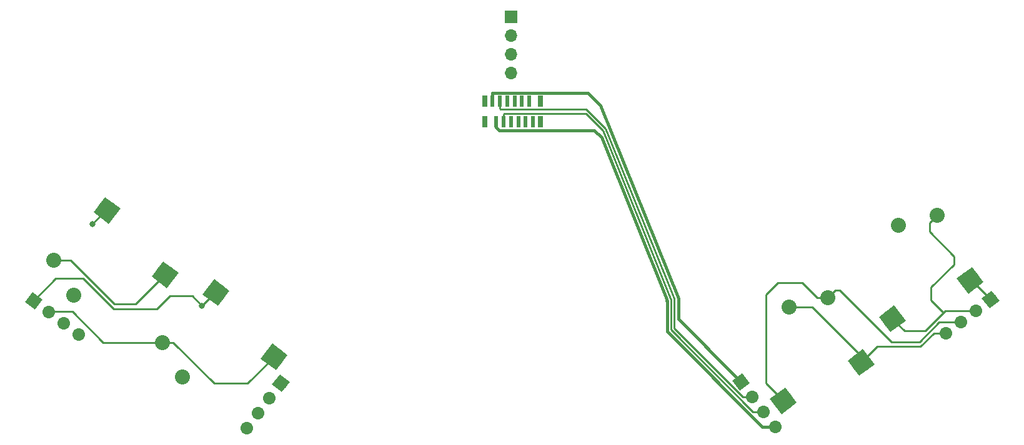
<source format=gbl>
G04 #@! TF.GenerationSoftware,KiCad,Pcbnew,(5.1.4)-1*
G04 #@! TF.CreationDate,2022-11-03T22:09:19-04:00*
G04 #@! TF.ProjectId,ThumbsUp,5468756d-6273-4557-902e-6b696361645f,rev?*
G04 #@! TF.SameCoordinates,Original*
G04 #@! TF.FileFunction,Copper,L2,Bot*
G04 #@! TF.FilePolarity,Positive*
%FSLAX46Y46*%
G04 Gerber Fmt 4.6, Leading zero omitted, Abs format (unit mm)*
G04 Created by KiCad (PCBNEW (5.1.4)-1) date 2022-11-03 22:09:19*
%MOMM*%
%LPD*%
G04 APERTURE LIST*
%ADD10R,0.800000X1.500000*%
%ADD11R,0.600000X1.500000*%
%ADD12C,2.600000*%
%ADD13C,0.100000*%
%ADD14C,2.032000*%
%ADD15C,1.700000*%
%ADD16C,1.700000*%
%ADD17R,1.700000X1.700000*%
%ADD18O,1.700000X1.700000*%
%ADD19C,0.800000*%
%ADD20C,0.381000*%
%ADD21C,0.250000*%
G04 APERTURE END LIST*
D10*
X146600000Y-60600000D03*
X146600000Y-63400000D03*
X154100000Y-60600000D03*
X154100000Y-63400000D03*
D11*
X147600000Y-60600000D03*
X148100000Y-63400000D03*
X148600000Y-60600000D03*
X149100000Y-63400000D03*
X149600000Y-60600000D03*
X150100000Y-63400000D03*
X150600000Y-60600000D03*
X151100000Y-63400000D03*
X151600000Y-60600000D03*
X152100000Y-63400000D03*
X152600000Y-60600000D03*
X153100000Y-63400000D03*
D12*
X187013128Y-101253541D03*
D13*
G36*
X187268995Y-99432955D02*
G01*
X188833714Y-101509408D01*
X186757261Y-103074127D01*
X185192542Y-100997674D01*
X187268995Y-99432955D01*
X187268995Y-99432955D01*
G37*
D14*
X187814322Y-88566689D03*
X193071311Y-87234749D03*
D12*
X197561362Y-96059576D03*
D13*
G36*
X197817229Y-94238990D02*
G01*
X199381948Y-96315443D01*
X197305495Y-97880162D01*
X195740776Y-95803709D01*
X197817229Y-94238990D01*
X197817229Y-94238990D01*
G37*
D15*
X91492618Y-92251511D03*
D16*
X91492618Y-92251511D02*
X91492618Y-92251511D01*
D15*
X89464083Y-90722901D03*
D16*
X89464083Y-90722901D02*
X89464083Y-90722901D01*
D15*
X87435549Y-89194291D03*
D16*
X87435549Y-89194291D02*
X87435549Y-89194291D01*
D15*
X85407015Y-87665681D03*
D13*
G36*
X85574312Y-88856064D02*
G01*
X84216632Y-87832978D01*
X85239718Y-86475298D01*
X86597398Y-87498384D01*
X85574312Y-88856064D01*
X85574312Y-88856064D01*
G37*
D15*
X209015141Y-92097906D03*
D16*
X209015141Y-92097906D02*
X209015141Y-92097906D01*
D15*
X211043676Y-90569296D03*
D16*
X211043676Y-90569296D02*
X211043676Y-90569296D01*
D15*
X213072210Y-89040686D03*
D16*
X213072210Y-89040686D02*
X213072210Y-89040686D01*
D15*
X215100744Y-87512076D03*
D13*
G36*
X213910361Y-87344779D02*
G01*
X215268041Y-86321693D01*
X216291127Y-87679373D01*
X214933447Y-88702459D01*
X213910361Y-87344779D01*
X213910361Y-87344779D01*
G37*
D12*
X118022779Y-95296376D03*
D13*
G36*
X116202193Y-95552243D02*
G01*
X117766912Y-93475790D01*
X119843365Y-95040509D01*
X118278646Y-97116962D01*
X116202193Y-95552243D01*
X116202193Y-95552243D01*
G37*
D14*
X105606555Y-98023190D03*
X102877189Y-93336980D03*
D12*
X110122532Y-86588415D03*
D13*
G36*
X108301946Y-86844282D02*
G01*
X109866665Y-84767829D01*
X111943118Y-86332548D01*
X110378399Y-88409001D01*
X108301946Y-86844282D01*
X108301946Y-86844282D01*
G37*
D12*
X103248022Y-84162799D03*
D13*
G36*
X101427436Y-84418666D02*
G01*
X102992155Y-82342213D01*
X105068608Y-83906932D01*
X103503889Y-85983385D01*
X101427436Y-84418666D01*
X101427436Y-84418666D01*
G37*
D14*
X90831798Y-86889613D03*
X88102432Y-82203403D03*
D12*
X95347775Y-75454838D03*
D13*
G36*
X93527189Y-75710705D02*
G01*
X95091908Y-73634252D01*
X97168361Y-75198971D01*
X95603642Y-77275424D01*
X93527189Y-75710705D01*
X93527189Y-75710705D01*
G37*
D12*
X201787885Y-90119963D03*
D13*
G36*
X202043752Y-88299377D02*
G01*
X203608471Y-90375830D01*
X201532018Y-91940549D01*
X199967299Y-89864096D01*
X202043752Y-88299377D01*
X202043752Y-88299377D01*
G37*
D14*
X202589079Y-77433111D03*
X207846068Y-76101171D03*
D12*
X212336119Y-84925998D03*
D13*
G36*
X212591986Y-83105412D02*
G01*
X214156705Y-85181865D01*
X212080252Y-86746584D01*
X210515533Y-84670131D01*
X212591986Y-83105412D01*
X212591986Y-83105412D01*
G37*
D17*
X150158765Y-49138249D03*
D18*
X150158765Y-51678249D03*
X150158765Y-54218249D03*
X150158765Y-56758249D03*
D15*
X185893643Y-104762834D03*
D16*
X185893643Y-104762834D02*
X185893643Y-104762834D01*
D15*
X184365033Y-102734299D03*
D16*
X184365033Y-102734299D02*
X184365033Y-102734299D01*
D15*
X182836423Y-100705765D03*
D16*
X182836423Y-100705765D02*
X182836423Y-100705765D01*
D15*
X181307813Y-98677231D03*
D13*
G36*
X181140516Y-99867614D02*
G01*
X180117430Y-98509934D01*
X181475110Y-97486848D01*
X182498196Y-98844528D01*
X181140516Y-99867614D01*
X181140516Y-99867614D01*
G37*
D15*
X114334284Y-104961436D03*
D16*
X114334284Y-104961436D02*
X114334284Y-104961436D01*
D15*
X115862894Y-102932901D03*
D16*
X115862894Y-102932901D02*
X115862894Y-102932901D01*
D15*
X117391504Y-100904367D03*
D16*
X117391504Y-100904367D02*
X117391504Y-100904367D01*
D15*
X118920114Y-98875833D03*
D13*
G36*
X117729731Y-99043130D02*
G01*
X118752817Y-97685450D01*
X120110497Y-98708536D01*
X119087411Y-100066216D01*
X117729731Y-99043130D01*
X117729731Y-99043130D01*
G37*
D19*
X93400000Y-77250000D03*
X108250000Y-88350000D03*
D20*
X148100000Y-64152902D02*
X148100000Y-63400000D01*
X148487599Y-64540501D02*
X148100000Y-64152902D01*
X162370561Y-65520561D02*
X161390501Y-64540501D01*
X171234486Y-87438635D02*
X162370561Y-65520561D01*
X171234486Y-87650732D02*
X171234486Y-87438635D01*
X184162834Y-104762834D02*
X171700000Y-92300000D01*
X161390501Y-64540501D02*
X148487599Y-64540501D01*
X185893643Y-104762834D02*
X184162834Y-104762834D01*
X171700000Y-92252186D02*
X171271547Y-91823733D01*
X171700000Y-92300000D02*
X171700000Y-92252186D01*
X171271547Y-91823733D02*
X171271547Y-87687793D01*
X171271547Y-87687793D02*
X171234486Y-87650732D01*
X147609501Y-59459499D02*
X160504457Y-59459499D01*
X147600000Y-59469000D02*
X147609501Y-59459499D01*
X147600000Y-60600000D02*
X147600000Y-59469000D01*
X172795034Y-90164452D02*
X180630156Y-97999574D01*
X172795034Y-87347121D02*
X172795034Y-90164452D01*
X160504457Y-59459499D02*
X162204448Y-61159490D01*
X162204448Y-61159490D02*
X172795034Y-87347121D01*
X180630156Y-97999574D02*
X181307813Y-98677231D01*
D21*
X95195162Y-75454838D02*
X95347775Y-75454838D01*
X93400000Y-77250000D02*
X95195162Y-75454838D01*
X99260821Y-88150000D02*
X103248022Y-84162799D01*
X96350000Y-88150000D02*
X99260821Y-88150000D01*
X88102432Y-82203403D02*
X90403403Y-82203403D01*
X90403403Y-82203403D02*
X96350000Y-88150000D01*
X104314029Y-93336980D02*
X109877049Y-98900000D01*
X102877189Y-93336980D02*
X104314029Y-93336980D01*
X114419155Y-98900000D02*
X118022779Y-95296376D01*
X109877049Y-98900000D02*
X114419155Y-98900000D01*
X94836980Y-93336980D02*
X102877189Y-93336980D01*
X90650000Y-89150000D02*
X94836980Y-93336980D01*
X87435549Y-89194291D02*
X87479840Y-89150000D01*
X87479840Y-89150000D02*
X90650000Y-89150000D01*
X110011585Y-86588415D02*
X110122532Y-86588415D01*
X108250000Y-88350000D02*
X110011585Y-86588415D01*
X85407015Y-87665681D02*
X88422696Y-84650000D01*
X88422696Y-84650000D02*
X92100000Y-84650000D01*
X96275356Y-88825356D02*
X102074644Y-88825356D01*
X92100000Y-84650000D02*
X96275356Y-88825356D01*
X102074644Y-88825356D02*
X103850000Y-87050000D01*
X106950000Y-87050000D02*
X108250000Y-88350000D01*
X103850000Y-87050000D02*
X106950000Y-87050000D01*
X207402094Y-92097906D02*
X209015141Y-92097906D01*
X205600000Y-93900000D02*
X207402094Y-92097906D01*
X197561362Y-96059576D02*
X199720938Y-93900000D01*
X199720938Y-93900000D02*
X205600000Y-93900000D01*
X197561362Y-95161362D02*
X197561362Y-96059576D01*
X187814322Y-88566689D02*
X190966689Y-88566689D01*
X190966689Y-88566689D02*
X197561362Y-95161362D01*
X209841595Y-90569296D02*
X211043676Y-90569296D01*
X194087310Y-86218750D02*
X194618750Y-86218750D01*
X193071311Y-87234749D02*
X194087310Y-86218750D01*
X194618750Y-86218750D02*
X201650000Y-93250000D01*
X201650000Y-93250000D02*
X205450000Y-93250000D01*
X205450000Y-93250000D02*
X208130704Y-90569296D01*
X208130704Y-90569296D02*
X209841595Y-90569296D01*
X186014146Y-100254559D02*
X187013128Y-101253541D01*
X191634471Y-87234749D02*
X189599722Y-85200000D01*
X193071311Y-87234749D02*
X191634471Y-87234749D01*
X189599722Y-85200000D02*
X186300000Y-85200000D01*
X186300000Y-85200000D02*
X184650000Y-86850000D01*
X184650000Y-86850000D02*
X184650000Y-98890413D01*
X184650000Y-98890413D02*
X186014146Y-100254559D01*
X203417922Y-91750000D02*
X201787885Y-90119963D01*
X206250000Y-91750000D02*
X203417922Y-91750000D01*
X213072210Y-89040686D02*
X208959314Y-89040686D01*
X208959314Y-89040686D02*
X208725000Y-89275000D01*
X208725000Y-89275000D02*
X206250000Y-91750000D01*
X207050000Y-87600000D02*
X208725000Y-89275000D01*
X206830069Y-77117170D02*
X206830069Y-78330069D01*
X207846068Y-76101171D02*
X206830069Y-77117170D01*
X210150000Y-81650000D02*
X210150000Y-82750000D01*
X210150000Y-82750000D02*
X207050000Y-85850000D01*
X206830069Y-78330069D02*
X210150000Y-81650000D01*
X207050000Y-85850000D02*
X207050000Y-87600000D01*
X212514666Y-84925998D02*
X212336119Y-84925998D01*
X215100744Y-87512076D02*
X212514666Y-84925998D01*
X162557296Y-64607296D02*
X160274999Y-62324999D01*
X184365033Y-102734299D02*
X182911155Y-102734299D01*
X182911155Y-102734299D02*
X171787058Y-91610202D01*
X171749997Y-87437201D02*
X171749997Y-87338341D01*
X149175001Y-62324999D02*
X149100000Y-62400000D01*
X160274999Y-62324999D02*
X149175001Y-62324999D01*
X171787057Y-87474261D02*
X171749997Y-87437201D01*
X171749997Y-87338341D02*
X162557296Y-64607296D01*
X149100000Y-62400000D02*
X149100000Y-63400000D01*
X171787058Y-91610202D02*
X171787057Y-87474261D01*
X172237069Y-87342434D02*
X162940186Y-64353776D01*
X182836423Y-100705765D02*
X181519031Y-100705765D01*
X181519031Y-100705765D02*
X172237069Y-91423803D01*
X148600000Y-61600000D02*
X148600000Y-60600000D01*
X160261411Y-61675001D02*
X148675001Y-61675001D01*
X162940186Y-64353776D02*
X160261411Y-61675001D01*
X148675001Y-61675001D02*
X148600000Y-61600000D01*
X172237069Y-91423803D02*
X172237069Y-87342434D01*
M02*

</source>
